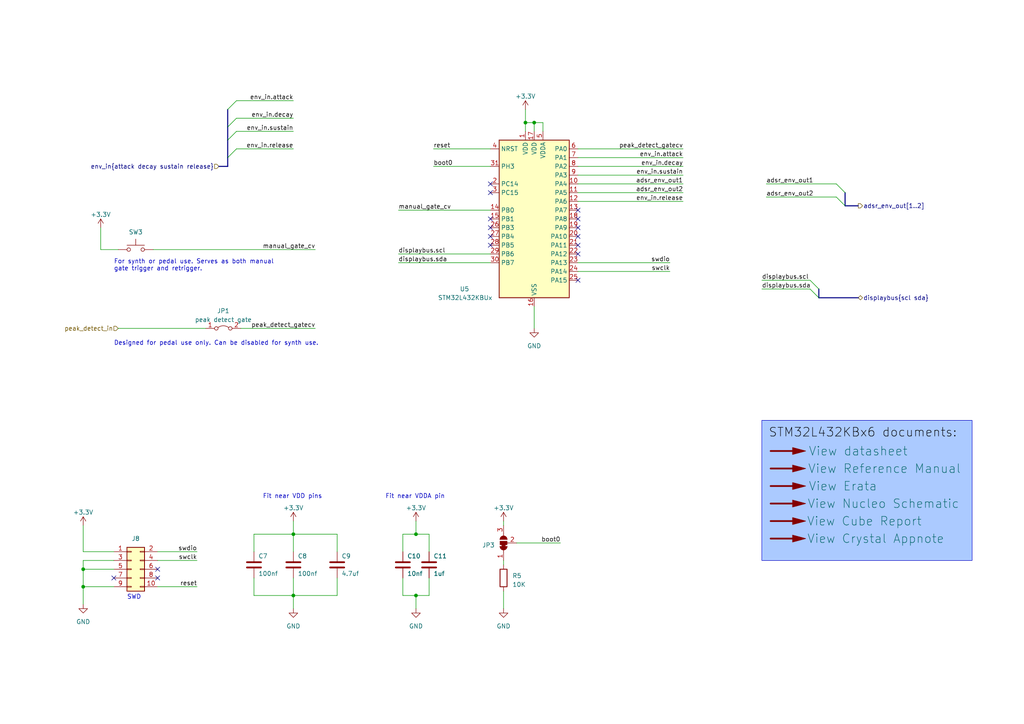
<source format=kicad_sch>
(kicad_sch (version 20230121) (generator eeschema)
  (paper "A4")
  (lib_symbols
    (symbol "Connector_Generic:Conn_02x05_Odd_Even" (pin_names (offset 1.016) hide)
      (property "Reference" "J" (at 1.27 7.62 0))
      (property "Value" "Conn_02x05_Odd_Even" (at 1.27 -7.62 0))
      (symbol "Conn_02x05_Odd_Even_1_1"
        (rectangle (start -1.27 -4.953) (end 0 -5.207) (stroke (width 0.1524)))
        (rectangle (start -1.27 -2.413) (end 0 -2.667) (stroke (width 0.1524)))
        (rectangle (start -1.27 0.127) (end 0 -0.127) (stroke (width 0.1524)))
        (rectangle (start -1.27 2.667) (end 0 2.413) (stroke (width 0.1524)))
        (rectangle (start -1.27 5.207) (end 0 4.953) (stroke (width 0.1524)))
        (rectangle (start -1.27 6.35) (end 3.81 -6.35) (stroke (width 0.254)) (fill (type background)))
        (rectangle (start 3.81 -4.953) (end 2.54 -5.207) (stroke (width 0.1524)))
        (rectangle (start 3.81 -2.413) (end 2.54 -2.667) (stroke (width 0.1524)))
        (rectangle (start 3.81 0.127) (end 2.54 -0.127) (stroke (width 0.1524)))
        (rectangle (start 3.81 2.667) (end 2.54 2.413) (stroke (width 0.1524)))
        (rectangle (start 3.81 5.207) (end 2.54 4.953) (stroke (width 0.1524)))
        (pin passive line (at -5.08 5.08 0) (length 3.81) (name "Pin_1") (number "1"))
        (pin passive line (at 7.62 -5.08 180) (length 3.81) (name "Pin_10") (number "10"))
        (pin passive line (at 7.62 5.08 180) (length 3.81) (name "Pin_2") (number "2"))
        (pin passive line (at -5.08 2.54 0) (length 3.81) (name "Pin_3") (number "3"))
        (pin passive line (at 7.62 2.54 180) (length 3.81) (name "Pin_4") (number "4"))
        (pin passive line (at -5.08 0 0) (length 3.81) (name "Pin_5") (number "5"))
        (pin passive line (at 7.62 0 180) (length 3.81) (name "Pin_6") (number "6"))
        (pin passive line (at -5.08 -2.54 0) (length 3.81) (name "Pin_7") (number "7"))
        (pin passive line (at 7.62 -2.54 180) (length 3.81) (name "Pin_8") (number "8"))
        (pin passive line (at -5.08 -5.08 0) (length 3.81) (name "Pin_9") (number "9"))
      )
    )
    (symbol "Device:C" (pin_numbers hide) (pin_names (offset 0.254))
      (property "Reference" "C" (at 0.635 2.54 0))
      (property "Value" "C" (at 0.635 -2.54 0))
      (symbol "C_0_1"
        (polyline (pts (xy -2.032 -0.762) (xy 2.032 -0.762)) (stroke (width 0.508)))
        (polyline (pts (xy -2.032 0.762) (xy 2.032 0.762)) (stroke (width 0.508)))
      )
      (symbol "C_1_1"
        (pin passive line (at 0 3.81 270) (length 2.794) (name "~") (number "1"))
        (pin passive line (at 0 -3.81 90) (length 2.794) (name "~") (number "2"))
      )
    )
    (symbol "Device:R" (pin_numbers hide) (pin_names (offset 0))
      (property "Reference" "R" (at 2.032 0 90))
      (property "Value" "R" (at 0 0 90))
      (symbol "R_0_1"
        (rectangle (start -1.016 -2.54) (end 1.016 2.54) (stroke (width 0.254)))
      )
      (symbol "R_1_1"
        (pin passive line (at 0 3.81 270) (length 1.27) (name "~") (number "1"))
        (pin passive line (at 0 -3.81 90) (length 1.27) (name "~") (number "2"))
      )
    )
    (symbol "Graphic:SYM_Arrow_XLarge" (in_bom no) (on_board no)
      (symbol "SYM_Arrow_XLarge_0_1"
        (polyline (pts (xy 2.54 0) (xy -5.08 0)) (stroke (width 0.508)))
        (polyline (pts (xy 5.08 0) (xy 1.27 -1.016) (xy 1.27 1.016) (xy 5.08 0)) (fill (type outline)))
      )
    )
    (symbol "Jumper:Jumper_2_Bridged" (pin_names (offset 0) hide)
      (property "Reference" "JP" (at 0 1.905 0))
      (property "Value" "Jumper_2_Bridged" (at 0 -2.54 0))
      (symbol "Jumper_2_Bridged_0_0"
        (circle (center -2.032 0) (radius 0.508))
        (circle (center 2.032 0) (radius 0.508))
      )
      (symbol "Jumper_2_Bridged_0_1"
        (arc (start 1.524 0.254) (mid 0 0.762) (end -1.524 0.254))
      )
      (symbol "Jumper_2_Bridged_1_1"
        (pin passive line (at -5.08 0 0) (length 2.54) (name "A") (number "1"))
        (pin passive line (at 5.08 0 180) (length 2.54) (name "B") (number "2"))
      )
    )
    (symbol "Jumper:SolderJumper_3_Bridged12" (pin_names (offset 0) hide)
      (property "Reference" "JP" (at -2.54 -2.54 0))
      (property "Value" "SolderJumper_3_Bridged12" (at 0 2.794 0))
      (symbol "SolderJumper_3_Bridged12_0_1"
        (rectangle (start -1.016 0.508) (end -0.508 -0.508) (fill (type outline)))
        (arc (start -1.016 1.016) (mid -2.0276 0) (end -1.016 -1.016))
        (arc (start -1.016 1.016) (mid -2.0276 0) (end -1.016 -1.016) (fill (type outline)))
        (rectangle (start -0.508 1.016) (end 0.508 -1.016) (fill (type outline)))
        (polyline (pts (xy -2.54 0) (xy -2.032 0)))
        (polyline (pts (xy -1.016 1.016) (xy -1.016 -1.016)))
        (polyline (pts (xy 0 -1.27) (xy 0 -1.016)))
        (polyline (pts (xy 1.016 1.016) (xy 1.016 -1.016)))
        (polyline (pts (xy 2.54 0) (xy 2.032 0)))
        (arc (start 1.016 -1.016) (mid 2.0276 0) (end 1.016 1.016))
        (arc (start 1.016 -1.016) (mid 2.0276 0) (end 1.016 1.016) (fill (type outline)))
      )
      (symbol "SolderJumper_3_Bridged12_1_1"
        (pin passive line (at -5.08 0 0) (length 2.54) (name "A") (number "1"))
        (pin passive line (at 0 -3.81 90) (length 2.54) (name "C") (number "2"))
        (pin passive line (at 5.08 0 180) (length 2.54) (name "B") (number "3"))
      )
    )
    (symbol "MCU_ST_STM32L4:STM32L432KBUx"
      (property "Reference" "U" (at -10.16 24.13 0))
      (property "Value" "STM32L432KBUx" (at 5.08 24.13 0))
      (symbol "STM32L432KBUx_0_1"
        (rectangle (start -10.16 -22.86) (end 10.16 22.86) (stroke (width 0.254)) (fill (type background)))
      )
      (symbol "STM32L432KBUx_1_1"
        (pin power_in line (at -2.54 25.4 270) (length 2.54) (name "VDD") (number "1"))
        (pin bidirectional line (at 12.7 10.16 180) (length 2.54) (name "PA4") (number "10"))
        (pin bidirectional line (at 12.7 7.62 180) (length 2.54) (name "PA5") (number "11"))
        (pin bidirectional line (at 12.7 5.08 180) (length 2.54) (name "PA6") (number "12"))
        (pin bidirectional line (at 12.7 2.54 180) (length 2.54) (name "PA7") (number "13"))
        (pin bidirectional line (at -12.7 2.54 0) (length 2.54) (name "PB0") (number "14"))
        (pin bidirectional line (at -12.7 0 0) (length 2.54) (name "PB1") (number "15"))
        (pin power_in line (at 0 -25.4 90) (length 2.54) (name "VSS") (number "16"))
        (pin power_in line (at 0 25.4 270) (length 2.54) (name "VDD") (number "17"))
        (pin bidirectional line (at 12.7 0 180) (length 2.54) (name "PA8") (number "18"))
        (pin bidirectional line (at 12.7 -2.54 180) (length 2.54) (name "PA9") (number "19"))
        (pin bidirectional line (at -12.7 10.16 0) (length 2.54) (name "PC14") (number "2"))
        (pin bidirectional line (at 12.7 -5.08 180) (length 2.54) (name "PA10") (number "20"))
        (pin bidirectional line (at 12.7 -7.62 180) (length 2.54) (name "PA11") (number "21"))
        (pin bidirectional line (at 12.7 -10.16 180) (length 2.54) (name "PA12") (number "22"))
        (pin bidirectional line (at 12.7 -12.7 180) (length 2.54) (name "PA13") (number "23"))
        (pin bidirectional line (at 12.7 -15.24 180) (length 2.54) (name "PA14") (number "24"))
        (pin bidirectional line (at 12.7 -17.78 180) (length 2.54) (name "PA15") (number "25"))
        (pin bidirectional line (at -12.7 -2.54 0) (length 2.54) (name "PB3") (number "26"))
        (pin bidirectional line (at -12.7 -5.08 0) (length 2.54) (name "PB4") (number "27"))
        (pin bidirectional line (at -12.7 -7.62 0) (length 2.54) (name "PB5") (number "28"))
        (pin bidirectional line (at -12.7 -10.16 0) (length 2.54) (name "PB6") (number "29"))
        (pin bidirectional line (at -12.7 7.62 0) (length 2.54) (name "PC15") (number "3"))
        (pin bidirectional line (at -12.7 -12.7 0) (length 2.54) (name "PB7") (number "30"))
        (pin bidirectional line (at -12.7 15.24 0) (length 2.54) (name "PH3") (number "31"))
        (pin passive line (at 0 -25.4 90) (length 2.54) hide (name "VSS") (number "32"))
        (pin passive line (at 0 -25.4 90) (length 2.54) hide (name "VSS") (number "33"))
        (pin input line (at -12.7 20.32 0) (length 2.54) (name "NRST") (number "4"))
        (pin power_in line (at 2.54 25.4 270) (length 2.54) (name "VDDA") (number "5"))
        (pin bidirectional line (at 12.7 20.32 180) (length 2.54) (name "PA0") (number "6"))
        (pin bidirectional line (at 12.7 17.78 180) (length 2.54) (name "PA1") (number "7"))
        (pin bidirectional line (at 12.7 15.24 180) (length 2.54) (name "PA2") (number "8"))
        (pin bidirectional line (at 12.7 12.7 180) (length 2.54) (name "PA3") (number "9"))
      )
    )
    (symbol "Switch:SW_Push" (pin_numbers hide) (pin_names (offset 1.016) hide)
      (property "Reference" "SW" (at 1.27 2.54 0))
      (property "Value" "SW_Push" (at 0 -1.524 0))
      (symbol "SW_Push_0_1"
        (circle (center -2.032 0) (radius 0.508))
        (polyline (pts (xy 0 1.27) (xy 0 3.048)))
        (polyline (pts (xy 2.54 1.27) (xy -2.54 1.27)))
        (circle (center 2.032 0) (radius 0.508))
        (pin passive line (at -5.08 0 0) (length 2.54) (name "1") (number "1"))
        (pin passive line (at 5.08 0 180) (length 2.54) (name "2") (number "2"))
      )
    )
    (symbol "power:+3.3V" (power) (pin_names (offset 0))
      (property "Value" "+3.3V" (at 0 3.556 0))
      (symbol "+3.3V_0_1"
        (polyline (pts (xy -0.762 1.27) (xy 0 2.54)))
        (polyline (pts (xy 0 0) (xy 0 2.54)))
        (polyline (pts (xy 0 2.54) (xy 0.762 1.27)))
      )
      (symbol "+3.3V_1_1"
        (pin power_in line (at 0 0 90) (length 0) hide (name "+3.3V") (number "1"))
      )
    )
    (symbol "power:GND" (power) (pin_names (offset 0))
      (property "Value" "GND" (at 0 -3.81 0))
      (symbol "GND_0_1"
        (polyline (pts (xy 0 0) (xy 0 -1.27) (xy 1.27 -1.27) (xy 0 -2.54) (xy -1.27 -1.27) (xy 0 -1.27)))
      )
      (symbol "GND_1_1"
        (pin power_in line (at 0 0 270) (length 0) hide (name "GND") (number "1"))
      )
    )
  )
  (junction (at 120.65 154.94))
  (junction (at 85.09 154.94))
  (junction (at 24.13 170.18))
  (junction (at 24.13 165.1))
  (junction (at 85.09 172.72))
  (junction (at 120.65 172.72))
  (junction (at 152.4 35.56))
  (junction (at 154.94 35.56))
  (no_connect (at 167.64 68.58))
  (no_connect (at 167.64 60.96))
  (no_connect (at 142.24 53.34))
  (no_connect (at 142.24 68.58))
  (no_connect (at 167.64 63.5))
  (no_connect (at 142.24 63.5))
  (no_connect (at 45.72 167.64))
  (no_connect (at 167.64 66.04))
  (no_connect (at 142.24 71.12))
  (no_connect (at 33.02 167.64))
  (no_connect (at 45.72 165.1))
  (no_connect (at 142.24 66.04))
  (no_connect (at 142.24 55.88))
  (no_connect (at 167.64 73.66))
  (no_connect (at 167.64 71.12))
  (no_connect (at 167.64 81.28))
  (bus_entry (at 234.95 83.82) (size 2.54 2.54))
  (bus_entry (at 66.04 40.64) (size 2.54 -2.54))
  (bus_entry (at 245.11 59.69) (size -2.54 -2.54))
  (bus_entry (at 245.11 55.88) (size -2.54 -2.54))
  (bus_entry (at 234.95 81.28) (size 2.54 2.54))
  (bus_entry (at 66.04 45.72) (size 2.54 -2.54))
  (bus_entry (at 66.04 36.83) (size 2.54 -2.54))
  (bus_entry (at 66.04 31.75) (size 2.54 -2.54))
  (wire (pts (xy 24.13 162.56) (xy 24.13 165.1)))
  (wire (pts (xy 222.25 57.15) (xy 242.57 57.15)))
  (wire (pts (xy 167.64 58.42) (xy 198.12 58.42)))
  (wire (pts (xy 125.73 48.26) (xy 142.24 48.26)))
  (wire (pts (xy 120.65 154.94) (xy 124.46 154.94)))
  (wire (pts (xy 124.46 154.94) (xy 124.46 160.02)))
  (wire (pts (xy 198.12 53.34) (xy 167.64 53.34)))
  (wire (pts (xy 222.25 53.34) (xy 242.57 53.34)))
  (wire (pts (xy 85.09 167.64) (xy 85.09 172.72)))
  (wire (pts (xy 146.05 171.45) (xy 146.05 176.53)))
  (wire (pts (xy 85.09 38.1) (xy 68.58 38.1)))
  (wire (pts (xy 85.09 34.29) (xy 68.58 34.29)))
  (wire (pts (xy 73.66 172.72) (xy 85.09 172.72)))
  (wire (pts (xy 29.21 72.39) (xy 29.21 66.04)))
  (wire (pts (xy 116.84 154.94) (xy 120.65 154.94)))
  (wire (pts (xy 154.94 35.56) (xy 157.48 35.56)))
  (wire (pts (xy 24.13 165.1) (xy 33.02 165.1)))
  (bus (pts (xy 66.04 36.83) (xy 66.04 40.64)))
  (wire (pts (xy 24.13 152.4) (xy 24.13 160.02)))
  (wire (pts (xy 69.85 95.25) (xy 91.44 95.25)))
  (wire (pts (xy 73.66 154.94) (xy 73.66 160.02)))
  (wire (pts (xy 167.64 76.2) (xy 194.31 76.2)))
  (wire (pts (xy 167.64 43.18) (xy 198.12 43.18)))
  (bus (pts (xy 237.49 86.36) (xy 248.92 86.36)))
  (wire (pts (xy 85.09 172.72) (xy 85.09 176.53)))
  (wire (pts (xy 116.84 154.94) (xy 116.84 160.02)))
  (wire (pts (xy 146.05 162.56) (xy 146.05 163.83)))
  (wire (pts (xy 120.65 172.72) (xy 124.46 172.72)))
  (wire (pts (xy 44.45 72.39) (xy 91.44 72.39)))
  (wire (pts (xy 85.09 29.21) (xy 68.58 29.21)))
  (bus (pts (xy 237.49 83.82) (xy 237.49 86.36)))
  (wire (pts (xy 73.66 167.64) (xy 73.66 172.72)))
  (wire (pts (xy 85.09 154.94) (xy 73.66 154.94)))
  (bus (pts (xy 66.04 31.75) (xy 66.04 36.83)))
  (wire (pts (xy 97.79 154.94) (xy 85.09 154.94)))
  (wire (pts (xy 142.24 76.2) (xy 115.57 76.2)))
  (wire (pts (xy 167.64 78.74) (xy 194.31 78.74)))
  (wire (pts (xy 167.64 48.26) (xy 198.12 48.26)))
  (wire (pts (xy 97.79 160.02) (xy 97.79 154.94)))
  (wire (pts (xy 142.24 73.66) (xy 115.57 73.66)))
  (bus (pts (xy 248.92 59.69) (xy 245.11 59.69)))
  (wire (pts (xy 97.79 167.64) (xy 97.79 172.72)))
  (bus (pts (xy 66.04 40.64) (xy 66.04 45.72)))
  (wire (pts (xy 157.48 35.56) (xy 157.48 38.1)))
  (bus (pts (xy 66.04 45.72) (xy 66.04 48.26)))
  (wire (pts (xy 152.4 31.75) (xy 152.4 35.56)))
  (wire (pts (xy 198.12 55.88) (xy 167.64 55.88)))
  (wire (pts (xy 154.94 35.56) (xy 154.94 38.1)))
  (bus (pts (xy 63.5 48.26) (xy 66.04 48.26)))
  (wire (pts (xy 149.86 157.48) (xy 162.56 157.48)))
  (wire (pts (xy 152.4 35.56) (xy 154.94 35.56)))
  (wire (pts (xy 234.95 83.82) (xy 220.98 83.82)))
  (wire (pts (xy 152.4 38.1) (xy 152.4 35.56)))
  (wire (pts (xy 85.09 154.94) (xy 85.09 160.02)))
  (wire (pts (xy 85.09 151.13) (xy 85.09 154.94)))
  (wire (pts (xy 24.13 165.1) (xy 24.13 170.18)))
  (wire (pts (xy 45.72 160.02) (xy 57.15 160.02)))
  (wire (pts (xy 34.29 95.25) (xy 59.69 95.25)))
  (wire (pts (xy 45.72 162.56) (xy 57.15 162.56)))
  (wire (pts (xy 33.02 160.02) (xy 24.13 160.02)))
  (wire (pts (xy 146.05 151.13) (xy 146.05 152.4)))
  (wire (pts (xy 154.94 88.9) (xy 154.94 95.25)))
  (wire (pts (xy 34.29 72.39) (xy 29.21 72.39)))
  (wire (pts (xy 33.02 162.56) (xy 24.13 162.56)))
  (wire (pts (xy 167.64 50.8) (xy 198.12 50.8)))
  (bus (pts (xy 245.11 55.88) (xy 245.11 59.69)))
  (wire (pts (xy 116.84 172.72) (xy 120.65 172.72)))
  (wire (pts (xy 24.13 170.18) (xy 33.02 170.18)))
  (wire (pts (xy 120.65 172.72) (xy 120.65 176.53)))
  (wire (pts (xy 45.72 170.18) (xy 57.15 170.18)))
  (wire (pts (xy 85.09 172.72) (xy 97.79 172.72)))
  (wire (pts (xy 85.09 43.18) (xy 68.58 43.18)))
  (wire (pts (xy 124.46 167.64) (xy 124.46 172.72)))
  (wire (pts (xy 120.65 151.13) (xy 120.65 154.94)))
  (wire (pts (xy 234.95 81.28) (xy 220.98 81.28)))
  (wire (pts (xy 116.84 167.64) (xy 116.84 172.72)))
  (wire (pts (xy 24.13 170.18) (xy 24.13 175.26)))
  (wire (pts (xy 167.64 45.72) (xy 198.12 45.72)))
  (wire (pts (xy 142.24 43.18) (xy 125.73 43.18)))
  (wire (pts (xy 115.57 60.96) (xy 142.24 60.96)))
  (text_box "STM32L432KBx6 documents:" (at 220.98 121.92 0) (size 60.96 40.64) (fill (type color) (color 171 202 255 1)) (effects (font (size 2.54 2.54)) (justify left top)))
  (text "Designed for pedal use only. Can be disabled for synth use." (at 33.02 100.33 0) (effects (font (size 1.27 1.27)) (justify left bottom)))
  (text "For synth or pedal use. Serves as both manual \ngate trigger and retrigger. " (at 33.02 78.74 0) (effects (font (size 1.27 1.27)) (justify left bottom)))
  (text "Fit near VDD pins" (at 76.2 144.78 0) (effects (font (size 1.27 1.27)) (justify left bottom)))
  (text "Fit near VDDA pin" (at 111.76 144.78 0) (effects (font (size 1.27 1.27)) (justify left bottom)))
  (text "SWD" (at 36.83 173.99 0) (effects (font (size 1.27 1.27)) (justify left bottom)))
  (label "reset" (at 57.15 170.18 180))
  (label "manual_gate_cv" (at 115.57 60.96 0))
  (label "displaybus.sda" (at 115.57 76.2 0))
  (label "env_in.release" (at 198.12 58.42 180))
  (label "env_in.sustain" (at 198.12 50.8 180))
  (label "env_in.sustain" (at 85.09 38.1 180))
  (label "boot0" (at 125.73 48.26 0))
  (label "adsr_env_out1" (at 198.12 53.34 180))
  (label "peak_detect_gatecv" (at 198.12 43.18 180))
  (label "peak_detect_gatecv" (at 91.44 95.25 180))
  (label "manual_gate_cv" (at 91.44 72.39 180))
  (label "reset" (at 125.73 43.18 0))
  (label "displaybus.scl" (at 220.98 81.28 0))
  (label "env_in.attack" (at 85.09 29.21 180))
  (label "env_in.decay" (at 198.12 48.26 180))
  (label "displaybus.sda" (at 220.98 83.82 0))
  (label "adsr_env_out2" (at 198.12 55.88 180))
  (label "env_in.decay" (at 85.09 34.29 180))
  (label "swclk" (at 194.31 78.74 180))
  (label "env_in.release" (at 85.09 43.18 180))
  (label "boot0" (at 162.56 157.48 180))
  (label "adsr_env_out2" (at 222.25 57.15 0))
  (label "adsr_env_out1" (at 222.25 53.34 0))
  (label "swdio" (at 194.31 76.2 180))
  (label "swdio" (at 57.15 160.02 180))
  (label "displaybus.scl" (at 115.57 73.66 0))
  (label "swclk" (at 57.15 162.56 180))
  (label "env_in.attack" (at 198.12 45.72 180))
  (hierarchical_label "env_in{attack decay sustain release}" (shape input) (at 63.5 48.26 180))
  (hierarchical_label "displaybus{scl sda}" (shape bidirectional) (at 248.92 86.36 0))
  (hierarchical_label "adsr_env_out[1..2]" (shape output) (at 248.92 59.69 0))
  (hierarchical_label "peak_detect_in" (shape input) (at 34.29 95.25 180))
  (symbol (lib_id "Graphic:SYM_Arrow_XLarge") (at 228.6 146.05 0) (unit 1) (in_bom no) (on_board no)
    (property "Reference" "#SYM4" (effects hide))
    (property "Value" "View Nucleo Schematic" (at 256.22 146.05 0) (effects (font (size 2.5 2.5))))
    (property "Datasheet" "${KIPRJMOD}/../../docs/datasheet/NUCLEO_F103RB_Schematic.pdf" (effects hide))
    (property "Sim.Enable" "0" (effects hide))
  )
  (symbol (lib_id "power:GND") (at 154.94 95.25 0) (unit 1)
    (property "Reference" "#PWR034" (effects hide))
    (property "Value" "GND" (at 154.94 100.33 0))
  )
  (symbol (lib_id "Jumper:SolderJumper_3_Bridged12") (at 146.05 157.48 90) (unit 1)
    (property "Reference" "JP3" (at 143.51 158.115 90) (effects (justify left)))
    (property "Value" "SolderJumper_3_Bridged12" (effects hide))
    (property "Footprint" "Jumper:SolderJumper-3_P1.3mm_Bridged12_Pad1.0x1.5mm" (effects hide))
  )
  (symbol (lib_id "Device:C") (at 124.46 163.83 0) (unit 1)
    (property "Reference" "C11" (at 125.73 161.29 0) (effects (justify left)))
    (property "Value" "1uf" (at 125.73 166.37 0) (effects (justify left)))
    (property "Footprint" "Capacitor_SMD:C_0805_2012Metric_Pad1.18x1.45mm_HandSolder" (effects hide))
  )
  (symbol (lib_id "Device:C") (at 73.66 163.83 0) (unit 1)
    (property "Reference" "C7" (at 74.93 161.29 0) (effects (justify left)))
    (property "Value" "100nf" (at 74.93 166.37 0) (effects (justify left)))
    (property "Footprint" "Capacitor_SMD:C_0805_2012Metric_Pad1.18x1.45mm_HandSolder" (effects hide))
  )
  (symbol (lib_id "power:+3.3V") (at 85.09 151.13 0) (unit 1)
    (property "Reference" "#PWR029" (effects hide))
    (property "Value" "+3.3V" (at 85.09 147.32 0))
  )
  (symbol (lib_id "Device:R") (at 146.05 167.64 0) (unit 1)
    (property "Reference" "R5" (at 148.59 167.005 0) (effects (justify left)))
    (property "Value" "10K" (at 148.59 169.545 0) (effects (justify left)))
    (property "Footprint" "Resistor_SMD:R_0805_2012Metric_Pad1.20x1.40mm_HandSolder" (effects hide))
  )
  (symbol (lib_id "power:GND") (at 120.65 176.53 0) (unit 1)
    (property "Reference" "#PWR032" (effects hide))
    (property "Value" "GND" (at 120.65 181.61 0))
  )
  (symbol (lib_id "Connector_Generic:Conn_02x05_Odd_Even") (at 38.1 165.1 0) (unit 1)
    (property "Reference" "J8" (at 39.37 156.21 0))
    (property "Value" "Conn_02x05_Odd_Even" (effects hide))
    (property "Footprint" "Connector_PinHeader_1.27mm:PinHeader_2x05_P1.27mm_Vertical_SMD" (effects hide))
  )
  (symbol (lib_id "power:GND") (at 146.05 176.53 0) (unit 1)
    (property "Reference" "#PWR036" (effects hide))
    (property "Value" "GND" (at 146.05 181.61 0))
  )
  (symbol (lib_id "Device:C") (at 116.84 163.83 0) (unit 1)
    (property "Reference" "C10" (at 118.11 161.29 0) (effects (justify left)))
    (property "Value" "10nf" (at 118.11 166.37 0) (effects (justify left)))
    (property "Footprint" "Capacitor_SMD:C_0805_2012Metric_Pad1.18x1.45mm_HandSolder" (effects hide))
  )
  (symbol (lib_id "MCU_ST_STM32L4:STM32L432KBUx") (at 154.94 63.5 0) (unit 1)
    (property "Reference" "U5" (at 133.35 83.82 0) (effects (justify left)))
    (property "Value" "STM32L432KBUx" (at 127 86.36 0) (effects (justify left)))
    (property "Footprint" "Package_DFN_QFN:QFN-32-1EP_5x5mm_P0.5mm_EP3.45x3.45mm" (effects hide))
    (property "Datasheet" "https://www.st.com/resource/en/datasheet/stm32l432kb.pdf" (effects hide))
  )
  (symbol (lib_id "Switch:SW_Push") (at 39.37 72.39 0) (unit 1)
    (property "Reference" "SW3" (at 39.37 67.31 0))
    (property "Value" "SW_Push" (effects hide))
    (property "Footprint" "Button_Switch_THT:SW_PUSH_6mm" (effects hide))
  )
  (symbol (lib_id "power:+3.3V") (at 24.13 152.4 0) (unit 1)
    (property "Reference" "#PWR027" (effects hide))
    (property "Value" "+3.3V" (at 24.13 148.59 0))
  )
  (symbol (lib_id "power:+3.3V") (at 152.4 31.75 0) (unit 1)
    (property "Reference" "#PWR033" (effects hide))
    (property "Value" "+3.3V" (at 152.4 27.94 0))
  )
  (symbol (lib_id "power:GND") (at 24.13 175.26 0) (unit 1)
    (property "Reference" "#PWR028" (effects hide))
    (property "Value" "GND" (at 24.13 180.34 0))
  )
  (symbol (lib_id "power:+3.3V") (at 120.65 151.13 0) (unit 1)
    (property "Reference" "#PWR031" (effects hide))
    (property "Value" "+3.3V" (at 120.65 147.32 0))
  )
  (symbol (lib_id "Jumper:Jumper_2_Bridged") (at 64.77 95.25 0) (unit 1)
    (property "Reference" "JP1" (at 64.77 90.17 0))
    (property "Value" "peak detect gate" (at 64.77 92.71 0))
    (property "Footprint" "Connector_PinSocket_2.54mm:PinSocket_1x02_P2.54mm_Vertical" (effects hide))
  )
  (symbol (lib_id "power:+3.3V") (at 146.05 151.13 0) (unit 1)
    (property "Reference" "#PWR035" (effects hide))
    (property "Value" "+3.3V" (at 146.05 147.32 0))
  )
  (symbol (lib_id "power:GND") (at 85.09 176.53 0) (unit 1)
    (property "Reference" "#PWR030" (effects hide))
    (property "Value" "GND" (at 85.09 181.61 0))
  )
  (symbol (lib_id "Graphic:SYM_Arrow_XLarge") (at 228.6 140.97 0) (unit 1) (in_bom no) (on_board no)
    (property "Reference" "#SYM3" (effects hide))
    (property "Value" "View Erata" (at 244.47 140.97 0) (effects (font (size 2.5 2.5))))
    (property "Datasheet" "${KIPRJMOD}/../../docs/datasheet/stm32l432kb_errata.pdf" (effects hide))
    (property "Sim.Enable" "0" (effects hide))
  )
  (symbol (lib_id "Graphic:SYM_Arrow_XLarge") (at 228.6 135.89 0) (unit 1) (in_bom no) (on_board no)
    (property "Reference" "#SYM2" (effects hide))
    (property "Value" "View Reference Manual" (at 256.54 135.89 0) (effects (font (size 2.54 2.54))))
    (property "Datasheet" "${KIPRJMOD}/../../docs/datasheet/stm32l42xxx_refman.pdf" (effects hide))
    (property "Sim.Enable" "0" (effects hide))
  )
  (symbol (lib_id "Graphic:SYM_Arrow_XLarge") (at 228.6 130.81 0) (unit 1) (in_bom no) (on_board no)
    (property "Reference" "#SYM1" (effects hide))
    (property "Value" "View datasheet" (at 248.92 130.81 0) (effects (font (size 2.54 2.54))))
    (property "Datasheet" "${KIPRJMOD}/../../docs/datasheet/stm32l432kb_datasheet.pdf" (effects hide))
    (property "Sim.Enable" "0" (effects hide))
  )
  (symbol (lib_id "Graphic:SYM_Arrow_XLarge") (at 228.6 156.21 0) (unit 1) (in_bom no) (on_board no)
    (property "Reference" "#SYM6" (effects hide))
    (property "Value" "View Crystal Appnote" (at 254 156.21 0) (effects (font (size 2.5 2.5))))
    (property "Datasheet" "${KIPRJMOD}/../../docs/datasheet/stm32_crystal_design_guide.pdf" (effects hide))
    (property "Sim.Enable" "0" (effects hide))
  )
  (symbol (lib_id "Device:C") (at 97.79 163.83 0) (unit 1)
    (property "Reference" "C9" (at 99.06 161.29 0) (effects (justify left)))
    (property "Value" "4.7uf" (at 99.06 166.37 0) (effects (justify left)))
    (property "Footprint" "Capacitor_SMD:C_0805_2012Metric_Pad1.18x1.45mm_HandSolder" (effects hide))
  )
  (symbol (lib_id "power:+3.3V") (at 29.21 66.04 0) (unit 1)
    (property "Reference" "#PWR020" (effects hide))
    (property "Value" "+3.3V" (at 29.21 62.23 0))
  )
  (symbol (lib_id "Device:C") (at 85.09 163.83 0) (unit 1)
    (property "Reference" "C8" (at 86.36 161.29 0) (effects (justify left)))
    (property "Value" "100nf" (at 86.36 166.37 0) (effects (justify left)))
    (property "Footprint" "Capacitor_SMD:C_0805_2012Metric_Pad1.18x1.45mm_HandSolder" (effects hide))
  )
  (symbol (lib_id "Graphic:SYM_Arrow_XLarge") (at 228.6 151.13 0) (unit 1) (in_bom no) (on_board no)
    (property "Reference" "#SYM5" (effects hide))
    (property "Value" "View Cube Report" (at 250.72 151.13 0) (effects (font (size 2.5 2.5))))
    (property "Datasheet" "${KIPRJMOD}/../../sw/cube/adsr_vca_m4/adsr_vca_m4.pdf" (effects hide))
    (property "Sim.Enable" "0" (effects hide))
  )
)
</source>
